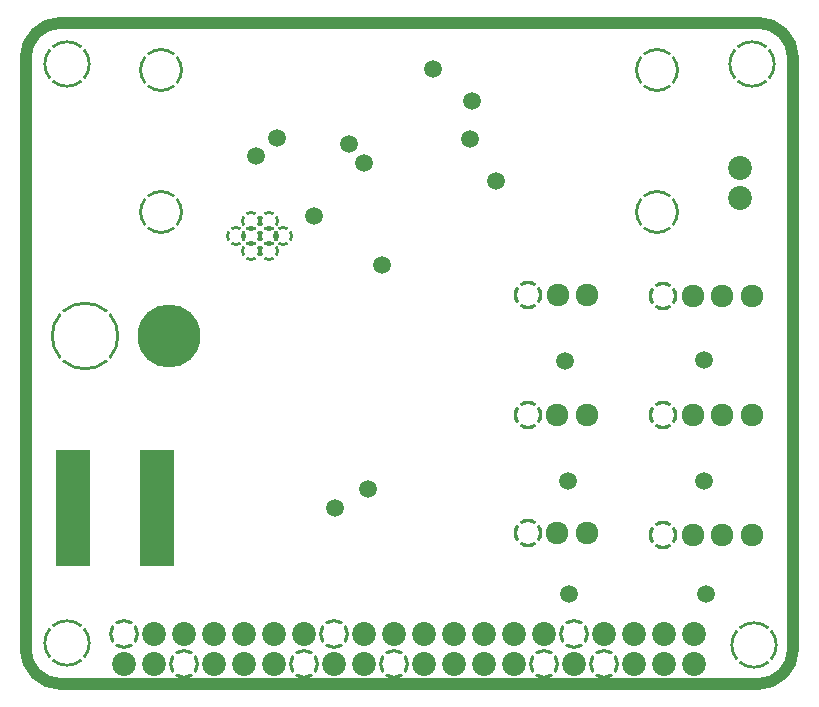
<source format=gbr>
G04*
G04 #@! TF.GenerationSoftware,Altium Limited,Altium Designer,23.10.1 (27)*
G04*
G04 Layer_Physical_Order=5*
G04 Layer_Color=8421376*
%FSLAX42Y42*%
%MOMM*%
G71*
G04*
G04 #@! TF.SameCoordinates,D45A84C9-24EE-431E-81B0-E16C7BED9CBD*
G04*
G04*
G04 #@! TF.FilePolarity,Negative*
G04*
G01*
G75*
%ADD49C,1.02*%
%ADD50C,2.02*%
G04:AMPARAMS|DCode=51|XSize=2.524mm|YSize=2.524mm|CornerRadius=0mm|HoleSize=0mm|Usage=FLASHONLY|Rotation=0.000|XOffset=0mm|YOffset=0mm|HoleType=Round|Shape=Relief|Width=0.25mm|Gap=0.25mm|Entries=4|*
%AMTHD51*
7,0,0,2.52,2.02,0.25,45*
%
%ADD51THD51*%
G04:AMPARAMS|DCode=52|XSize=5.842mm|YSize=5.842mm|CornerRadius=0mm|HoleSize=0mm|Usage=FLASHONLY|Rotation=0.000|XOffset=0mm|YOffset=0mm|HoleType=Round|Shape=Relief|Width=0.25mm|Gap=0.25mm|Entries=4|*
%AMTHD52*
7,0,0,5.84,5.33,0.25,45*
%
%ADD52THD52*%
%ADD53C,5.33*%
G04:AMPARAMS|DCode=54|XSize=3.724mm|YSize=3.724mm|CornerRadius=0mm|HoleSize=0mm|Usage=FLASHONLY|Rotation=0.000|XOffset=0mm|YOffset=0mm|HoleType=Round|Shape=Relief|Width=0.25mm|Gap=0.25mm|Entries=4|*
%AMTHD54*
7,0,0,3.72,3.22,0.25,45*
%
%ADD54THD54*%
%ADD55C,1.92*%
G04:AMPARAMS|DCode=56|XSize=2.424mm|YSize=2.424mm|CornerRadius=0mm|HoleSize=0mm|Usage=FLASHONLY|Rotation=0.000|XOffset=0mm|YOffset=0mm|HoleType=Round|Shape=Relief|Width=0.25mm|Gap=0.25mm|Entries=4|*
%AMTHD56*
7,0,0,2.42,1.92,0.25,45*
%
%ADD56THD56*%
%ADD57R,2.92X9.91*%
G04:AMPARAMS|DCode=58|XSize=4.024mm|YSize=4.024mm|CornerRadius=0mm|HoleSize=0mm|Usage=FLASHONLY|Rotation=0.000|XOffset=0mm|YOffset=0mm|HoleType=Round|Shape=Relief|Width=0.25mm|Gap=0.25mm|Entries=4|*
%AMTHD58*
7,0,0,4.02,3.52,0.25,45*
%
%ADD58THD58*%
%ADD59C,1.52*%
G04:AMPARAMS|DCode=60|XSize=1.724mm|YSize=1.724mm|CornerRadius=0mm|HoleSize=0mm|Usage=FLASHONLY|Rotation=0.000|XOffset=0mm|YOffset=0mm|HoleType=Round|Shape=Relief|Width=0.25mm|Gap=0.25mm|Entries=4|*
%AMTHD60*
7,0,0,1.72,1.22,0.25,45*
%
%ADD60THD60*%
D49*
X5850Y-5250D02*
G03*
X6150Y-4950I0J300D01*
G01*
Y50D02*
G03*
X5850Y350I-300J0D01*
G01*
X-50D02*
G03*
X-350Y50I0J-300D01*
G01*
Y-4950D02*
G03*
X-50Y-5250I300J0D01*
G01*
X5850D01*
X6150Y-4950D02*
Y50D01*
X-50Y350D02*
X5850D01*
X-350Y-4950D02*
Y50D01*
D50*
X483Y-5080D02*
D03*
X737D02*
D03*
Y-4826D02*
D03*
X991D02*
D03*
X1245Y-5080D02*
D03*
Y-4826D02*
D03*
X1499Y-5080D02*
D03*
Y-4826D02*
D03*
X1753Y-5080D02*
D03*
Y-4826D02*
D03*
X2007D02*
D03*
X2261Y-5080D02*
D03*
X2515D02*
D03*
Y-4826D02*
D03*
X2769D02*
D03*
X3023Y-5080D02*
D03*
Y-4826D02*
D03*
X3277Y-5080D02*
D03*
Y-4826D02*
D03*
X3531Y-5080D02*
D03*
Y-4826D02*
D03*
X3785Y-5080D02*
D03*
Y-4826D02*
D03*
X4039D02*
D03*
X4293Y-5080D02*
D03*
X4547Y-4826D02*
D03*
X4801Y-5080D02*
D03*
Y-4826D02*
D03*
X5055Y-5080D02*
D03*
Y-4826D02*
D03*
X5309Y-5080D02*
D03*
Y-4826D02*
D03*
X5702Y-880D02*
D03*
Y-1130D02*
D03*
D51*
X483Y-4826D02*
D03*
X991Y-5080D02*
D03*
X2007D02*
D03*
X2261Y-4826D02*
D03*
X2769Y-5080D02*
D03*
X4039D02*
D03*
X4293Y-4826D02*
D03*
X4547Y-5080D02*
D03*
D52*
X152Y-2299D02*
D03*
D53*
X864D02*
D03*
D54*
X5000Y-1250D02*
D03*
X800Y-50D02*
D03*
Y-1250D02*
D03*
X5000Y-50D02*
D03*
D55*
X4403Y-3973D02*
D03*
X4153D02*
D03*
X5298Y-1967D02*
D03*
X5548D02*
D03*
X5798D02*
D03*
X4407Y-1956D02*
D03*
X4157D02*
D03*
X4403Y-2972D02*
D03*
X4153D02*
D03*
X5300Y-3988D02*
D03*
X5550D02*
D03*
X5800D02*
D03*
X5298Y-2970D02*
D03*
X5548D02*
D03*
X5798D02*
D03*
D56*
X3903Y-3973D02*
D03*
X5048Y-1967D02*
D03*
X3907Y-1956D02*
D03*
X3903Y-2972D02*
D03*
X5050Y-3988D02*
D03*
X5048Y-2970D02*
D03*
D57*
X762Y-3759D02*
D03*
X51D02*
D03*
D58*
X5800Y0D02*
D03*
X0D02*
D03*
Y-4900D02*
D03*
X5817Y-4915D02*
D03*
D59*
X2095Y-1283D02*
D03*
X2667Y-1702D02*
D03*
X3099Y-38D02*
D03*
X3416Y-635D02*
D03*
X3429Y-317D02*
D03*
X3632Y-991D02*
D03*
X1600Y-775D02*
D03*
X2515Y-838D02*
D03*
X2388Y-673D02*
D03*
X1778Y-622D02*
D03*
X2273Y-3759D02*
D03*
X4216Y-2515D02*
D03*
X5397Y-2502D02*
D03*
Y-3531D02*
D03*
X5410Y-4483D02*
D03*
X4254D02*
D03*
X4242Y-3531D02*
D03*
X2553Y-3594D02*
D03*
D60*
X1713Y-1586D02*
D03*
X1556D02*
D03*
Y-1332D02*
D03*
X1713D02*
D03*
Y-1459D02*
D03*
X1556D02*
D03*
X1435D02*
D03*
X1834D02*
D03*
M02*

</source>
